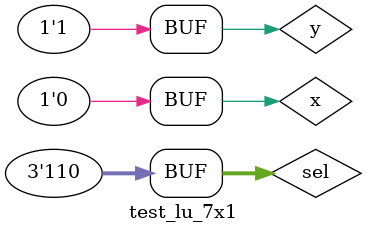
<source format=v>
module lu_7x1 (
    output wire Y,         // Saída selecionável
    input wire A,          // Entrada A
    input wire B,          // Entrada B
    input wire sel_neg,    // Seleção para negação (nega A ou B)
    input wire [2:0] sel   // Chave de seleção de 3 bits
);
// Definir saídas intermediárias
wire not_a, and_result, nand_result, or_result, nor_result, xor_result, xnor_result;

// Descrever por portas
not NOT1 (not_a, A);               // Operação NOT
and AND1 (and_result, A, B);       // Operação AND
nand NAND1 (nand_result, A, B);    // Operação NAND
or OR1 (or_result, A, B);          // Operação OR
nor NOR1 (nor_result, A, B);       // Operação NOR
xor XOR1 (xor_result, A, B);       // Operação XOR
xnor XNOR1 (xnor_result, A, B);    // Operação XNOR

// Seleção das operações com base na chave de seleção
wire Y_not, Y_and, Y_nand, Y_or, Y_nor, Y_xor, Y_xnor;
and AND2 (Y_not, ~sel[2] & ~sel[1] & ~sel[0], not_a);
and AND3 (Y_and, ~sel[2] & ~sel[1] & sel[0], and_result);
and AND4 (Y_nand, ~sel[2] & sel[1] & ~sel[0], nand_result);
and AND5 (Y_or, ~sel[2] & sel[1] & sel[0], or_result);
and AND6 (Y_nor, sel[2] & ~sel[1] & ~sel[0], nor_result);
and AND7 (Y_xor, sel[2] & ~sel[1] & sel[0], xor_result);
and AND8 (Y_xnor, sel[2] & sel[1] & ~sel[0], xnor_result);

// Combinação final das saídas
or OR2 (Y, Y_not, Y_and, Y_nand, Y_or, Y_nor, Y_xor, Y_xnor);

endmodule

// Módulo de teste para o LU 7x1
module test_lu_7x1;
reg x;
reg y;
reg sel_neg;
reg [2:0] sel;
wire z;

lu_7x1 LU_MOD (z, x, y, sel_neg, sel);

initial begin
    $display("Teste da LU NOT/AND/NAND/OR/NOR/XOR/XNOR");
    $display("x y sel_neg sel z");
    
    // Testes
    x = 1'b0; y = 1'b1; sel = 3'b000; // NOT
    #1 $monitor("%4b %4b %4b %3b %4b", x, y, sel_neg, sel, z);
    #1 sel = 3'b001; // AND
    #1 sel = 3'b010; // NAND
    #1 sel = 3'b011; // OR
    #1 sel = 3'b100; // NOR
    #1 sel = 3'b101; // XOR
    #1 sel = 3'b110; // XNOR
end
endmodule

</source>
